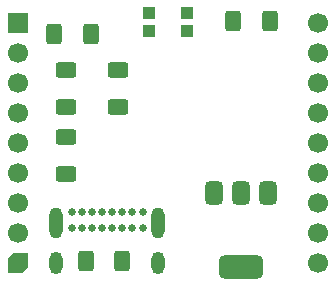
<source format=gbr>
%TF.GenerationSoftware,KiCad,Pcbnew,8.0.4*%
%TF.CreationDate,2024-08-06T00:45:31-04:00*%
%TF.ProjectId,esp32-c3-wroom-socket,65737033-322d-4633-932d-77726f6f6d2d,rev?*%
%TF.SameCoordinates,Original*%
%TF.FileFunction,Soldermask,Bot*%
%TF.FilePolarity,Negative*%
%FSLAX46Y46*%
G04 Gerber Fmt 4.6, Leading zero omitted, Abs format (unit mm)*
G04 Created by KiCad (PCBNEW 8.0.4) date 2024-08-06 00:45:31*
%MOMM*%
%LPD*%
G01*
G04 APERTURE LIST*
G04 Aperture macros list*
%AMRoundRect*
0 Rectangle with rounded corners*
0 $1 Rounding radius*
0 $2 $3 $4 $5 $6 $7 $8 $9 X,Y pos of 4 corners*
0 Add a 4 corners polygon primitive as box body*
4,1,4,$2,$3,$4,$5,$6,$7,$8,$9,$2,$3,0*
0 Add four circle primitives for the rounded corners*
1,1,$1+$1,$2,$3*
1,1,$1+$1,$4,$5*
1,1,$1+$1,$6,$7*
1,1,$1+$1,$8,$9*
0 Add four rect primitives between the rounded corners*
20,1,$1+$1,$2,$3,$4,$5,0*
20,1,$1+$1,$4,$5,$6,$7,0*
20,1,$1+$1,$6,$7,$8,$9,0*
20,1,$1+$1,$8,$9,$2,$3,0*%
%AMOutline5P*
0 Free polygon, 5 corners , with rotation*
0 The origin of the aperture is its center*
0 number of corners: always 5*
0 $1 to $10 corner X, Y*
0 $11 Rotation angle, in degrees counterclockwise*
0 create outline with 5 corners*
4,1,5,$1,$2,$3,$4,$5,$6,$7,$8,$9,$10,$1,$2,$11*%
%AMOutline6P*
0 Free polygon, 6 corners , with rotation*
0 The origin of the aperture is its center*
0 number of corners: always 6*
0 $1 to $12 corner X, Y*
0 $13 Rotation angle, in degrees counterclockwise*
0 create outline with 6 corners*
4,1,6,$1,$2,$3,$4,$5,$6,$7,$8,$9,$10,$11,$12,$1,$2,$13*%
%AMOutline7P*
0 Free polygon, 7 corners , with rotation*
0 The origin of the aperture is its center*
0 number of corners: always 7*
0 $1 to $14 corner X, Y*
0 $15 Rotation angle, in degrees counterclockwise*
0 create outline with 7 corners*
4,1,7,$1,$2,$3,$4,$5,$6,$7,$8,$9,$10,$11,$12,$13,$14,$1,$2,$15*%
%AMOutline8P*
0 Free polygon, 8 corners , with rotation*
0 The origin of the aperture is its center*
0 number of corners: always 8*
0 $1 to $16 corner X, Y*
0 $17 Rotation angle, in degrees counterclockwise*
0 create outline with 8 corners*
4,1,8,$1,$2,$3,$4,$5,$6,$7,$8,$9,$10,$11,$12,$13,$14,$15,$16,$1,$2,$17*%
G04 Aperture macros list end*
%ADD10C,0.660400*%
%ADD11O,1.117600X1.905000*%
%ADD12O,1.117600X2.616200*%
%ADD13R,1.700000X1.700000*%
%ADD14C,1.700000*%
%ADD15Outline6P,-0.850000X0.340000X-0.340000X0.850000X0.850000X0.850000X0.850000X-0.340000X0.340000X-0.850000X-0.850000X-0.850000X0.000000*%
%ADD16RoundRect,0.250000X-0.625000X0.400000X-0.625000X-0.400000X0.625000X-0.400000X0.625000X0.400000X0*%
%ADD17R,1.117600X1.041400*%
%ADD18RoundRect,0.250000X-0.400000X-0.625000X0.400000X-0.625000X0.400000X0.625000X-0.400000X0.625000X0*%
%ADD19RoundRect,0.375000X-0.375000X0.625000X-0.375000X-0.625000X0.375000X-0.625000X0.375000X0.625000X0*%
%ADD20RoundRect,0.500000X-1.400000X0.500000X-1.400000X-0.500000X1.400000X-0.500000X1.400000X0.500000X0*%
%ADD21RoundRect,0.250000X0.400000X0.625000X-0.400000X0.625000X-0.400000X-0.625000X0.400000X-0.625000X0*%
G04 APERTURE END LIST*
D10*
%TO.C,J4*%
X148600015Y-75435000D03*
X149450016Y-75435000D03*
X150300014Y-75435000D03*
X151150015Y-75435000D03*
X152000016Y-75435000D03*
X152850017Y-75435000D03*
X153700015Y-75435000D03*
X154550016Y-75435000D03*
X154550016Y-76785000D03*
X153700015Y-76785000D03*
X152850017Y-76785000D03*
X152000016Y-76785000D03*
X151150015Y-76785000D03*
X150300014Y-76785000D03*
X149450016Y-76785000D03*
X148600015Y-76785000D03*
D11*
X147250030Y-79800000D03*
X155900000Y-79800000D03*
D12*
X147250015Y-76415001D03*
X155900000Y-76415000D03*
%TD*%
D13*
%TO.C,J2*%
X144010000Y-59480000D03*
D14*
X144010000Y-62020000D03*
X144010000Y-64560000D03*
X144010000Y-67100000D03*
X144010000Y-69640000D03*
X144010000Y-72180000D03*
X144010000Y-74720000D03*
X144010000Y-77260000D03*
D15*
X144010000Y-79800000D03*
D14*
X169410000Y-79800000D03*
X169410000Y-77260000D03*
X169410000Y-74720000D03*
X169410000Y-72180000D03*
X169410000Y-69640000D03*
X169410000Y-67100000D03*
X169410000Y-64560000D03*
X169410000Y-62020000D03*
X169410000Y-59480000D03*
%TD*%
D16*
%TO.C,R8*%
X152500000Y-63450000D03*
X152500000Y-66550000D03*
%TD*%
D17*
%TO.C,LED1*%
X155109800Y-60100002D03*
X155109800Y-58600000D03*
X158310200Y-58600000D03*
X158310200Y-60100002D03*
%TD*%
D18*
%TO.C,R9*%
X149750000Y-79600000D03*
X152850000Y-79600000D03*
%TD*%
D16*
%TO.C,R10*%
X148100000Y-69150000D03*
X148100000Y-72250000D03*
%TD*%
%TO.C,R7*%
X148100000Y-63450000D03*
X148100000Y-66550000D03*
%TD*%
D19*
%TO.C,U2*%
X160600000Y-73850000D03*
X162900000Y-73850000D03*
D20*
X162900000Y-80150000D03*
D19*
X165200000Y-73850000D03*
%TD*%
D21*
%TO.C,R1*%
X150150000Y-60400000D03*
X147050000Y-60400000D03*
%TD*%
%TO.C,R4*%
X165350000Y-59300000D03*
X162250000Y-59300000D03*
%TD*%
M02*

</source>
